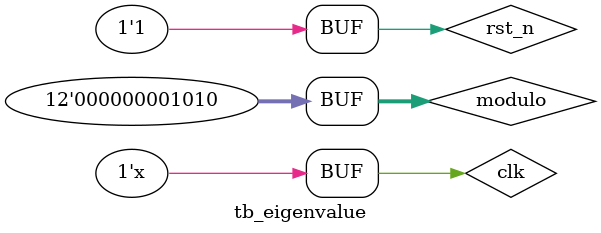
<source format=v>
`timescale 1ns/1ns

`default_nettype none

module tb_eigenvalue;
reg clk;
reg rst_n;
reg [11:0] modulo;
wire [31:0] RSSI;

 
eigenvalue u_eigenvalue(
    .modulo(modulo),
    .RSTn (rst_n),
    .CLK (clk),
    .RSSI(RSSI)
);

localparam CLK_PERIOD = 10;
always #(CLK_PERIOD/2) clk=~clk;



initial begin
    #1 rst_n<=1'bx;clk<=1'bx;
    #(CLK_PERIOD*3) rst_n<=0;
    #(CLK_PERIOD*3) rst_n<=1;clk<=1;
    #(CLK_PERIOD*3) modulo <= 12'd10;

end

endmodule
`default_nettype wire
</source>
